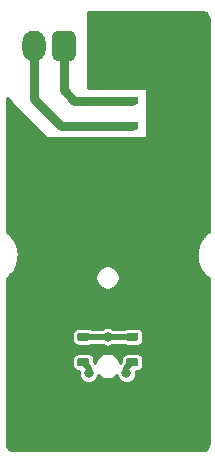
<source format=gbr>
%TF.GenerationSoftware,KiCad,Pcbnew,(5.1.6-0-10_14)*%
%TF.CreationDate,2022-05-10T09:10:30-04:00*%
%TF.ProjectId,Delay_Door_Switch-RevB,44656c61-795f-4446-9f6f-725f53776974,rev?*%
%TF.SameCoordinates,Original*%
%TF.FileFunction,Copper,L1,Top*%
%TF.FilePolarity,Positive*%
%FSLAX46Y46*%
G04 Gerber Fmt 4.6, Leading zero omitted, Abs format (unit mm)*
G04 Created by KiCad (PCBNEW (5.1.6-0-10_14)) date 2022-05-10 09:10:30*
%MOMM*%
%LPD*%
G01*
G04 APERTURE LIST*
%TA.AperFunction,ComponentPad*%
%ADD10O,2.000000X2.600000*%
%TD*%
%TA.AperFunction,ViaPad*%
%ADD11C,0.800000*%
%TD*%
%TA.AperFunction,Conductor*%
%ADD12C,0.500000*%
%TD*%
%TA.AperFunction,Conductor*%
%ADD13C,0.800000*%
%TD*%
%TA.AperFunction,Conductor*%
%ADD14C,0.254000*%
%TD*%
G04 APERTURE END LIST*
%TO.P,SW2,2*%
%TO.N,Net-(J1-Pad1)*%
%TA.AperFunction,SMDPad,CuDef*%
G36*
G01*
X132450000Y-57697500D02*
X132450000Y-58152500D01*
G75*
G02*
X132352500Y-58250000I-97500J0D01*
G01*
X131497500Y-58250000D01*
G75*
G02*
X131400000Y-58152500I0J97500D01*
G01*
X131400000Y-57697500D01*
G75*
G02*
X131497500Y-57600000I97500J0D01*
G01*
X132352500Y-57600000D01*
G75*
G02*
X132450000Y-57697500I0J-97500D01*
G01*
G37*
%TD.AperFunction*%
%TA.AperFunction,SMDPad,CuDef*%
G36*
G01*
X136600000Y-57697500D02*
X136600000Y-58152500D01*
G75*
G02*
X136502500Y-58250000I-97500J0D01*
G01*
X135647500Y-58250000D01*
G75*
G02*
X135550000Y-58152500I0J97500D01*
G01*
X135550000Y-57697500D01*
G75*
G02*
X135647500Y-57600000I97500J0D01*
G01*
X136502500Y-57600000D01*
G75*
G02*
X136600000Y-57697500I0J-97500D01*
G01*
G37*
%TD.AperFunction*%
%TO.P,SW2,1*%
%TO.N,Net-(J1-Pad2)*%
%TA.AperFunction,SMDPad,CuDef*%
G36*
G01*
X132450000Y-59847500D02*
X132450000Y-60302500D01*
G75*
G02*
X132352500Y-60400000I-97500J0D01*
G01*
X131497500Y-60400000D01*
G75*
G02*
X131400000Y-60302500I0J97500D01*
G01*
X131400000Y-59847500D01*
G75*
G02*
X131497500Y-59750000I97500J0D01*
G01*
X132352500Y-59750000D01*
G75*
G02*
X132450000Y-59847500I0J-97500D01*
G01*
G37*
%TD.AperFunction*%
%TA.AperFunction,SMDPad,CuDef*%
G36*
G01*
X136600000Y-59847500D02*
X136600000Y-60302500D01*
G75*
G02*
X136502500Y-60400000I-97500J0D01*
G01*
X135647500Y-60400000D01*
G75*
G02*
X135550000Y-60302500I0J97500D01*
G01*
X135550000Y-59847500D01*
G75*
G02*
X135647500Y-59750000I97500J0D01*
G01*
X136502500Y-59750000D01*
G75*
G02*
X136600000Y-59847500I0J-97500D01*
G01*
G37*
%TD.AperFunction*%
%TD*%
%TO.P,SW1,2*%
%TO.N,VBAT*%
%TA.AperFunction,SMDPad,CuDef*%
G36*
G01*
X135550000Y-80302500D02*
X135550000Y-79847500D01*
G75*
G02*
X135647500Y-79750000I97500J0D01*
G01*
X136502500Y-79750000D01*
G75*
G02*
X136600000Y-79847500I0J-97500D01*
G01*
X136600000Y-80302500D01*
G75*
G02*
X136502500Y-80400000I-97500J0D01*
G01*
X135647500Y-80400000D01*
G75*
G02*
X135550000Y-80302500I0J97500D01*
G01*
G37*
%TD.AperFunction*%
%TA.AperFunction,SMDPad,CuDef*%
G36*
G01*
X131400000Y-80302500D02*
X131400000Y-79847500D01*
G75*
G02*
X131497500Y-79750000I97500J0D01*
G01*
X132352500Y-79750000D01*
G75*
G02*
X132450000Y-79847500I0J-97500D01*
G01*
X132450000Y-80302500D01*
G75*
G02*
X132352500Y-80400000I-97500J0D01*
G01*
X131497500Y-80400000D01*
G75*
G02*
X131400000Y-80302500I0J97500D01*
G01*
G37*
%TD.AperFunction*%
%TO.P,SW1,1*%
%TO.N,Net-(R2-Pad1)*%
%TA.AperFunction,SMDPad,CuDef*%
G36*
G01*
X135550000Y-78152500D02*
X135550000Y-77697500D01*
G75*
G02*
X135647500Y-77600000I97500J0D01*
G01*
X136502500Y-77600000D01*
G75*
G02*
X136600000Y-77697500I0J-97500D01*
G01*
X136600000Y-78152500D01*
G75*
G02*
X136502500Y-78250000I-97500J0D01*
G01*
X135647500Y-78250000D01*
G75*
G02*
X135550000Y-78152500I0J97500D01*
G01*
G37*
%TD.AperFunction*%
%TA.AperFunction,SMDPad,CuDef*%
G36*
G01*
X131400000Y-78152500D02*
X131400000Y-77697500D01*
G75*
G02*
X131497500Y-77600000I97500J0D01*
G01*
X132352500Y-77600000D01*
G75*
G02*
X132450000Y-77697500I0J-97500D01*
G01*
X132450000Y-78152500D01*
G75*
G02*
X132352500Y-78250000I-97500J0D01*
G01*
X131497500Y-78250000D01*
G75*
G02*
X131400000Y-78152500I0J97500D01*
G01*
G37*
%TD.AperFunction*%
%TD*%
D10*
%TO.P,J1,2*%
%TO.N,Net-(J1-Pad2)*%
X127760000Y-53300000D03*
%TO.P,J1,1*%
%TO.N,Net-(J1-Pad1)*%
%TA.AperFunction,ComponentPad*%
G36*
G01*
X131300000Y-52500000D02*
X131300000Y-54100000D01*
G75*
G02*
X130800000Y-54600000I-500000J0D01*
G01*
X129800000Y-54600000D01*
G75*
G02*
X129300000Y-54100000I0J500000D01*
G01*
X129300000Y-52500000D01*
G75*
G02*
X129800000Y-52000000I500000J0D01*
G01*
X130800000Y-52000000D01*
G75*
G02*
X131300000Y-52500000I0J-500000D01*
G01*
G37*
%TD.AperFunction*%
%TD*%
D11*
%TO.N,GND*%
X133550000Y-54012500D03*
X135900000Y-67050000D03*
X135900000Y-68575000D03*
X135900000Y-70100000D03*
X132100000Y-68575000D03*
X134050000Y-52200000D03*
X140300000Y-56800000D03*
X136400000Y-65000000D03*
X141600000Y-62400000D03*
X130550000Y-67000000D03*
X139000000Y-65800000D03*
X139500000Y-58750000D03*
X132100000Y-67050000D03*
X132100000Y-70100000D03*
X141000000Y-86000000D03*
X127000000Y-86000000D03*
X126800000Y-65500000D03*
X139000000Y-68437500D03*
X141750000Y-51250000D03*
X130000000Y-80500000D03*
X138000000Y-80500000D03*
X126250000Y-74000000D03*
X141750000Y-74000000D03*
%TO.N,VBAT*%
X135600000Y-81000000D03*
X132400000Y-81000000D03*
%TO.N,Net-(R2-Pad1)*%
X134000000Y-77925000D03*
%TD*%
D12*
%TO.N,VBAT*%
X132400000Y-80550000D02*
X131925000Y-80075000D01*
X132400000Y-81000000D02*
X132400000Y-80550000D01*
X135600000Y-80550000D02*
X136075000Y-80075000D01*
X135600000Y-81000000D02*
X135600000Y-80550000D01*
D13*
%TO.N,Net-(J1-Pad2)*%
X136075000Y-60075000D02*
X131925000Y-60075000D01*
X130075000Y-60075000D02*
X131925000Y-60075000D01*
X127760000Y-57760000D02*
X127760000Y-53300000D01*
X130075000Y-60075000D02*
X127760000Y-57760000D01*
%TO.N,Net-(J1-Pad1)*%
X136075000Y-57925000D02*
X131925000Y-57925000D01*
X131175000Y-57925000D02*
X131925000Y-57925000D01*
X130300000Y-57050000D02*
X130300000Y-53300000D01*
X131175000Y-57925000D02*
X130300000Y-57050000D01*
D12*
%TO.N,Net-(R2-Pad1)*%
X131925000Y-77925000D02*
X134000000Y-77925000D01*
X136075000Y-77925000D02*
X134000000Y-77925000D01*
%TD*%
D14*
%TO.N,GND*%
G36*
X142106022Y-50464563D02*
G01*
X142207999Y-50495353D01*
X142302061Y-50545366D01*
X142384613Y-50612694D01*
X142452515Y-50694774D01*
X142503182Y-50788481D01*
X142534684Y-50890245D01*
X142548001Y-51016948D01*
X142548000Y-69009667D01*
X142499279Y-69042530D01*
X142471778Y-69065281D01*
X142443455Y-69086979D01*
X142438873Y-69091320D01*
X142155217Y-69363860D01*
X142128585Y-69394993D01*
X142101524Y-69425747D01*
X142097877Y-69430889D01*
X142097873Y-69430894D01*
X142097870Y-69430899D01*
X141872555Y-69753342D01*
X141852480Y-69789049D01*
X141831906Y-69824478D01*
X141829324Y-69830237D01*
X141670928Y-70190306D01*
X141658163Y-70229257D01*
X141644870Y-70267985D01*
X141643456Y-70274135D01*
X141558015Y-70658113D01*
X141553058Y-70698810D01*
X141547541Y-70739372D01*
X141547349Y-70745670D01*
X141547348Y-70745681D01*
X141547349Y-70745691D01*
X141538116Y-71138941D01*
X141541154Y-71179777D01*
X141543624Y-71220688D01*
X141544659Y-71226902D01*
X141544660Y-71226913D01*
X141544663Y-71226923D01*
X141611989Y-71614478D01*
X141622910Y-71653979D01*
X141633271Y-71693599D01*
X141635493Y-71699494D01*
X141635496Y-71699504D01*
X141635500Y-71699513D01*
X141776822Y-72066611D01*
X141795209Y-72103241D01*
X141813066Y-72140088D01*
X141816394Y-72145445D01*
X141816397Y-72145450D01*
X141816400Y-72145454D01*
X142026334Y-72478113D01*
X142051480Y-72510467D01*
X142076160Y-72543153D01*
X142080463Y-72547759D01*
X142080468Y-72547765D01*
X142080473Y-72547770D01*
X142351022Y-72833316D01*
X142381977Y-72860173D01*
X142412532Y-72887439D01*
X142417647Y-72891121D01*
X142417654Y-72891127D01*
X142417661Y-72891131D01*
X142548000Y-72983570D01*
X142548001Y-86977881D01*
X142535436Y-87106023D01*
X142504648Y-87207999D01*
X142454634Y-87302061D01*
X142387307Y-87384612D01*
X142305227Y-87452515D01*
X142211520Y-87503182D01*
X142109755Y-87534684D01*
X141983062Y-87548000D01*
X126022109Y-87548000D01*
X125893977Y-87535436D01*
X125792001Y-87504648D01*
X125697939Y-87454634D01*
X125615388Y-87387307D01*
X125547485Y-87305227D01*
X125496818Y-87211520D01*
X125465316Y-87109755D01*
X125452000Y-86983062D01*
X125452000Y-79847500D01*
X130970934Y-79847500D01*
X130970934Y-80302500D01*
X130981052Y-80405228D01*
X131011016Y-80504008D01*
X131059676Y-80595044D01*
X131125162Y-80674838D01*
X131204956Y-80740324D01*
X131295992Y-80788984D01*
X131394772Y-80818948D01*
X131497500Y-80829066D01*
X131590800Y-80829066D01*
X131573000Y-80918548D01*
X131573000Y-81081452D01*
X131604782Y-81241227D01*
X131667123Y-81391731D01*
X131757628Y-81527181D01*
X131872819Y-81642372D01*
X132008269Y-81732877D01*
X132158773Y-81795218D01*
X132318548Y-81827000D01*
X132481452Y-81827000D01*
X132641227Y-81795218D01*
X132791731Y-81732877D01*
X132927181Y-81642372D01*
X133042372Y-81527181D01*
X133132877Y-81391731D01*
X133195218Y-81241227D01*
X133203877Y-81197696D01*
X133281579Y-81275398D01*
X133466165Y-81398734D01*
X133671266Y-81483690D01*
X133889000Y-81527000D01*
X134111000Y-81527000D01*
X134328734Y-81483690D01*
X134533835Y-81398734D01*
X134718421Y-81275398D01*
X134796123Y-81197696D01*
X134804782Y-81241227D01*
X134867123Y-81391731D01*
X134957628Y-81527181D01*
X135072819Y-81642372D01*
X135208269Y-81732877D01*
X135358773Y-81795218D01*
X135518548Y-81827000D01*
X135681452Y-81827000D01*
X135841227Y-81795218D01*
X135991731Y-81732877D01*
X136127181Y-81642372D01*
X136242372Y-81527181D01*
X136332877Y-81391731D01*
X136395218Y-81241227D01*
X136427000Y-81081452D01*
X136427000Y-80918548D01*
X136409200Y-80829066D01*
X136502500Y-80829066D01*
X136605228Y-80818948D01*
X136704008Y-80788984D01*
X136795044Y-80740324D01*
X136874838Y-80674838D01*
X136940324Y-80595044D01*
X136988984Y-80504008D01*
X137018948Y-80405228D01*
X137029066Y-80302500D01*
X137029066Y-79847500D01*
X137018948Y-79744772D01*
X136988984Y-79645992D01*
X136940324Y-79554956D01*
X136874838Y-79475162D01*
X136795044Y-79409676D01*
X136704008Y-79361016D01*
X136605228Y-79331052D01*
X136502500Y-79320934D01*
X135647500Y-79320934D01*
X135544772Y-79331052D01*
X135445992Y-79361016D01*
X135354956Y-79409676D01*
X135275162Y-79475162D01*
X135209676Y-79554956D01*
X135161016Y-79645992D01*
X135131052Y-79744772D01*
X135120934Y-79847500D01*
X135120934Y-80067364D01*
X135118974Y-80068973D01*
X135090206Y-80104026D01*
X135083690Y-80071266D01*
X134998734Y-79866165D01*
X134875398Y-79681579D01*
X134718421Y-79524602D01*
X134533835Y-79401266D01*
X134328734Y-79316310D01*
X134111000Y-79273000D01*
X133889000Y-79273000D01*
X133671266Y-79316310D01*
X133466165Y-79401266D01*
X133281579Y-79524602D01*
X133124602Y-79681579D01*
X133001266Y-79866165D01*
X132916310Y-80071266D01*
X132909794Y-80104025D01*
X132881027Y-80068973D01*
X132879066Y-80067364D01*
X132879066Y-79847500D01*
X132868948Y-79744772D01*
X132838984Y-79645992D01*
X132790324Y-79554956D01*
X132724838Y-79475162D01*
X132645044Y-79409676D01*
X132554008Y-79361016D01*
X132455228Y-79331052D01*
X132352500Y-79320934D01*
X131497500Y-79320934D01*
X131394772Y-79331052D01*
X131295992Y-79361016D01*
X131204956Y-79409676D01*
X131125162Y-79475162D01*
X131059676Y-79554956D01*
X131011016Y-79645992D01*
X130981052Y-79744772D01*
X130970934Y-79847500D01*
X125452000Y-79847500D01*
X125452000Y-77697500D01*
X130970934Y-77697500D01*
X130970934Y-78152500D01*
X130981052Y-78255228D01*
X131011016Y-78354008D01*
X131059676Y-78445044D01*
X131125162Y-78524838D01*
X131204956Y-78590324D01*
X131295992Y-78638984D01*
X131394772Y-78668948D01*
X131497500Y-78679066D01*
X132352500Y-78679066D01*
X132455228Y-78668948D01*
X132554008Y-78638984D01*
X132623200Y-78602000D01*
X133524643Y-78602000D01*
X133608269Y-78657877D01*
X133758773Y-78720218D01*
X133918548Y-78752000D01*
X134081452Y-78752000D01*
X134241227Y-78720218D01*
X134391731Y-78657877D01*
X134475357Y-78602000D01*
X135376800Y-78602000D01*
X135445992Y-78638984D01*
X135544772Y-78668948D01*
X135647500Y-78679066D01*
X136502500Y-78679066D01*
X136605228Y-78668948D01*
X136704008Y-78638984D01*
X136795044Y-78590324D01*
X136874838Y-78524838D01*
X136940324Y-78445044D01*
X136988984Y-78354008D01*
X137018948Y-78255228D01*
X137029066Y-78152500D01*
X137029066Y-77697500D01*
X137018948Y-77594772D01*
X136988984Y-77495992D01*
X136940324Y-77404956D01*
X136874838Y-77325162D01*
X136795044Y-77259676D01*
X136704008Y-77211016D01*
X136605228Y-77181052D01*
X136502500Y-77170934D01*
X135647500Y-77170934D01*
X135544772Y-77181052D01*
X135445992Y-77211016D01*
X135376800Y-77248000D01*
X134475357Y-77248000D01*
X134391731Y-77192123D01*
X134241227Y-77129782D01*
X134081452Y-77098000D01*
X133918548Y-77098000D01*
X133758773Y-77129782D01*
X133608269Y-77192123D01*
X133524643Y-77248000D01*
X132623200Y-77248000D01*
X132554008Y-77211016D01*
X132455228Y-77181052D01*
X132352500Y-77170934D01*
X131497500Y-77170934D01*
X131394772Y-77181052D01*
X131295992Y-77211016D01*
X131204956Y-77259676D01*
X131125162Y-77325162D01*
X131059676Y-77404956D01*
X131011016Y-77495992D01*
X130981052Y-77594772D01*
X130970934Y-77697500D01*
X125452000Y-77697500D01*
X125452000Y-72990359D01*
X125500403Y-72957717D01*
X125527877Y-72934993D01*
X125556205Y-72913299D01*
X125560787Y-72908959D01*
X125675428Y-72798849D01*
X132973000Y-72798849D01*
X132973000Y-73001151D01*
X133012467Y-73199565D01*
X133089885Y-73386467D01*
X133202277Y-73554674D01*
X133345326Y-73697723D01*
X133513533Y-73810115D01*
X133700435Y-73887533D01*
X133898849Y-73927000D01*
X134101151Y-73927000D01*
X134299565Y-73887533D01*
X134486467Y-73810115D01*
X134654674Y-73697723D01*
X134797723Y-73554674D01*
X134910115Y-73386467D01*
X134987533Y-73199565D01*
X135027000Y-73001151D01*
X135027000Y-72798849D01*
X134987533Y-72600435D01*
X134910115Y-72413533D01*
X134797723Y-72245326D01*
X134654674Y-72102277D01*
X134486467Y-71989885D01*
X134299565Y-71912467D01*
X134101151Y-71873000D01*
X133898849Y-71873000D01*
X133700435Y-71912467D01*
X133513533Y-71989885D01*
X133345326Y-72102277D01*
X133202277Y-72245326D01*
X133089885Y-72413533D01*
X133012467Y-72600435D01*
X132973000Y-72798849D01*
X125675428Y-72798849D01*
X125844492Y-72636468D01*
X125871136Y-72605333D01*
X125898194Y-72574592D01*
X125901846Y-72569445D01*
X126127222Y-72247040D01*
X126147324Y-72211300D01*
X126167884Y-72175909D01*
X126170467Y-72170151D01*
X126328927Y-71810109D01*
X126341690Y-71771186D01*
X126354999Y-71732437D01*
X126356411Y-71726293D01*
X126356414Y-71726285D01*
X126356415Y-71726277D01*
X126441924Y-71342324D01*
X126446888Y-71301634D01*
X126452412Y-71261067D01*
X126452606Y-71254759D01*
X126461909Y-70861500D01*
X126458878Y-70820664D01*
X126456415Y-70779753D01*
X126455379Y-70773528D01*
X126388121Y-70385950D01*
X126377212Y-70346465D01*
X126366853Y-70306825D01*
X126364631Y-70300927D01*
X126364629Y-70300921D01*
X126364626Y-70300916D01*
X126223369Y-69933789D01*
X126205003Y-69897186D01*
X126187138Y-69860303D01*
X126183808Y-69854942D01*
X125973930Y-69522240D01*
X125948817Y-69489916D01*
X125924117Y-69457192D01*
X125919809Y-69452580D01*
X125649307Y-69166979D01*
X125618369Y-69140127D01*
X125587805Y-69112843D01*
X125582689Y-69109160D01*
X125582686Y-69109157D01*
X125582683Y-69109155D01*
X125452000Y-69016438D01*
X125452000Y-57731606D01*
X128810197Y-61089803D01*
X128829443Y-61105597D01*
X128851399Y-61117333D01*
X128875224Y-61124560D01*
X128900000Y-61127000D01*
X137200000Y-61127000D01*
X137224776Y-61124560D01*
X137248601Y-61117333D01*
X137270557Y-61105597D01*
X137289803Y-61089803D01*
X137339803Y-61039803D01*
X137355597Y-61020557D01*
X137367333Y-60998601D01*
X137374560Y-60974776D01*
X137377000Y-60950000D01*
X137377000Y-57050000D01*
X137374560Y-57025224D01*
X137367333Y-57001399D01*
X137355597Y-56979443D01*
X137339803Y-56960197D01*
X137289803Y-56910197D01*
X137270557Y-56894403D01*
X137248601Y-56882667D01*
X137224776Y-56875440D01*
X137200000Y-56873000D01*
X132377000Y-56873000D01*
X132377000Y-50452000D01*
X141977891Y-50452000D01*
X142106022Y-50464563D01*
G37*
X142106022Y-50464563D02*
X142207999Y-50495353D01*
X142302061Y-50545366D01*
X142384613Y-50612694D01*
X142452515Y-50694774D01*
X142503182Y-50788481D01*
X142534684Y-50890245D01*
X142548001Y-51016948D01*
X142548000Y-69009667D01*
X142499279Y-69042530D01*
X142471778Y-69065281D01*
X142443455Y-69086979D01*
X142438873Y-69091320D01*
X142155217Y-69363860D01*
X142128585Y-69394993D01*
X142101524Y-69425747D01*
X142097877Y-69430889D01*
X142097873Y-69430894D01*
X142097870Y-69430899D01*
X141872555Y-69753342D01*
X141852480Y-69789049D01*
X141831906Y-69824478D01*
X141829324Y-69830237D01*
X141670928Y-70190306D01*
X141658163Y-70229257D01*
X141644870Y-70267985D01*
X141643456Y-70274135D01*
X141558015Y-70658113D01*
X141553058Y-70698810D01*
X141547541Y-70739372D01*
X141547349Y-70745670D01*
X141547348Y-70745681D01*
X141547349Y-70745691D01*
X141538116Y-71138941D01*
X141541154Y-71179777D01*
X141543624Y-71220688D01*
X141544659Y-71226902D01*
X141544660Y-71226913D01*
X141544663Y-71226923D01*
X141611989Y-71614478D01*
X141622910Y-71653979D01*
X141633271Y-71693599D01*
X141635493Y-71699494D01*
X141635496Y-71699504D01*
X141635500Y-71699513D01*
X141776822Y-72066611D01*
X141795209Y-72103241D01*
X141813066Y-72140088D01*
X141816394Y-72145445D01*
X141816397Y-72145450D01*
X141816400Y-72145454D01*
X142026334Y-72478113D01*
X142051480Y-72510467D01*
X142076160Y-72543153D01*
X142080463Y-72547759D01*
X142080468Y-72547765D01*
X142080473Y-72547770D01*
X142351022Y-72833316D01*
X142381977Y-72860173D01*
X142412532Y-72887439D01*
X142417647Y-72891121D01*
X142417654Y-72891127D01*
X142417661Y-72891131D01*
X142548000Y-72983570D01*
X142548001Y-86977881D01*
X142535436Y-87106023D01*
X142504648Y-87207999D01*
X142454634Y-87302061D01*
X142387307Y-87384612D01*
X142305227Y-87452515D01*
X142211520Y-87503182D01*
X142109755Y-87534684D01*
X141983062Y-87548000D01*
X126022109Y-87548000D01*
X125893977Y-87535436D01*
X125792001Y-87504648D01*
X125697939Y-87454634D01*
X125615388Y-87387307D01*
X125547485Y-87305227D01*
X125496818Y-87211520D01*
X125465316Y-87109755D01*
X125452000Y-86983062D01*
X125452000Y-79847500D01*
X130970934Y-79847500D01*
X130970934Y-80302500D01*
X130981052Y-80405228D01*
X131011016Y-80504008D01*
X131059676Y-80595044D01*
X131125162Y-80674838D01*
X131204956Y-80740324D01*
X131295992Y-80788984D01*
X131394772Y-80818948D01*
X131497500Y-80829066D01*
X131590800Y-80829066D01*
X131573000Y-80918548D01*
X131573000Y-81081452D01*
X131604782Y-81241227D01*
X131667123Y-81391731D01*
X131757628Y-81527181D01*
X131872819Y-81642372D01*
X132008269Y-81732877D01*
X132158773Y-81795218D01*
X132318548Y-81827000D01*
X132481452Y-81827000D01*
X132641227Y-81795218D01*
X132791731Y-81732877D01*
X132927181Y-81642372D01*
X133042372Y-81527181D01*
X133132877Y-81391731D01*
X133195218Y-81241227D01*
X133203877Y-81197696D01*
X133281579Y-81275398D01*
X133466165Y-81398734D01*
X133671266Y-81483690D01*
X133889000Y-81527000D01*
X134111000Y-81527000D01*
X134328734Y-81483690D01*
X134533835Y-81398734D01*
X134718421Y-81275398D01*
X134796123Y-81197696D01*
X134804782Y-81241227D01*
X134867123Y-81391731D01*
X134957628Y-81527181D01*
X135072819Y-81642372D01*
X135208269Y-81732877D01*
X135358773Y-81795218D01*
X135518548Y-81827000D01*
X135681452Y-81827000D01*
X135841227Y-81795218D01*
X135991731Y-81732877D01*
X136127181Y-81642372D01*
X136242372Y-81527181D01*
X136332877Y-81391731D01*
X136395218Y-81241227D01*
X136427000Y-81081452D01*
X136427000Y-80918548D01*
X136409200Y-80829066D01*
X136502500Y-80829066D01*
X136605228Y-80818948D01*
X136704008Y-80788984D01*
X136795044Y-80740324D01*
X136874838Y-80674838D01*
X136940324Y-80595044D01*
X136988984Y-80504008D01*
X137018948Y-80405228D01*
X137029066Y-80302500D01*
X137029066Y-79847500D01*
X137018948Y-79744772D01*
X136988984Y-79645992D01*
X136940324Y-79554956D01*
X136874838Y-79475162D01*
X136795044Y-79409676D01*
X136704008Y-79361016D01*
X136605228Y-79331052D01*
X136502500Y-79320934D01*
X135647500Y-79320934D01*
X135544772Y-79331052D01*
X135445992Y-79361016D01*
X135354956Y-79409676D01*
X135275162Y-79475162D01*
X135209676Y-79554956D01*
X135161016Y-79645992D01*
X135131052Y-79744772D01*
X135120934Y-79847500D01*
X135120934Y-80067364D01*
X135118974Y-80068973D01*
X135090206Y-80104026D01*
X135083690Y-80071266D01*
X134998734Y-79866165D01*
X134875398Y-79681579D01*
X134718421Y-79524602D01*
X134533835Y-79401266D01*
X134328734Y-79316310D01*
X134111000Y-79273000D01*
X133889000Y-79273000D01*
X133671266Y-79316310D01*
X133466165Y-79401266D01*
X133281579Y-79524602D01*
X133124602Y-79681579D01*
X133001266Y-79866165D01*
X132916310Y-80071266D01*
X132909794Y-80104025D01*
X132881027Y-80068973D01*
X132879066Y-80067364D01*
X132879066Y-79847500D01*
X132868948Y-79744772D01*
X132838984Y-79645992D01*
X132790324Y-79554956D01*
X132724838Y-79475162D01*
X132645044Y-79409676D01*
X132554008Y-79361016D01*
X132455228Y-79331052D01*
X132352500Y-79320934D01*
X131497500Y-79320934D01*
X131394772Y-79331052D01*
X131295992Y-79361016D01*
X131204956Y-79409676D01*
X131125162Y-79475162D01*
X131059676Y-79554956D01*
X131011016Y-79645992D01*
X130981052Y-79744772D01*
X130970934Y-79847500D01*
X125452000Y-79847500D01*
X125452000Y-77697500D01*
X130970934Y-77697500D01*
X130970934Y-78152500D01*
X130981052Y-78255228D01*
X131011016Y-78354008D01*
X131059676Y-78445044D01*
X131125162Y-78524838D01*
X131204956Y-78590324D01*
X131295992Y-78638984D01*
X131394772Y-78668948D01*
X131497500Y-78679066D01*
X132352500Y-78679066D01*
X132455228Y-78668948D01*
X132554008Y-78638984D01*
X132623200Y-78602000D01*
X133524643Y-78602000D01*
X133608269Y-78657877D01*
X133758773Y-78720218D01*
X133918548Y-78752000D01*
X134081452Y-78752000D01*
X134241227Y-78720218D01*
X134391731Y-78657877D01*
X134475357Y-78602000D01*
X135376800Y-78602000D01*
X135445992Y-78638984D01*
X135544772Y-78668948D01*
X135647500Y-78679066D01*
X136502500Y-78679066D01*
X136605228Y-78668948D01*
X136704008Y-78638984D01*
X136795044Y-78590324D01*
X136874838Y-78524838D01*
X136940324Y-78445044D01*
X136988984Y-78354008D01*
X137018948Y-78255228D01*
X137029066Y-78152500D01*
X137029066Y-77697500D01*
X137018948Y-77594772D01*
X136988984Y-77495992D01*
X136940324Y-77404956D01*
X136874838Y-77325162D01*
X136795044Y-77259676D01*
X136704008Y-77211016D01*
X136605228Y-77181052D01*
X136502500Y-77170934D01*
X135647500Y-77170934D01*
X135544772Y-77181052D01*
X135445992Y-77211016D01*
X135376800Y-77248000D01*
X134475357Y-77248000D01*
X134391731Y-77192123D01*
X134241227Y-77129782D01*
X134081452Y-77098000D01*
X133918548Y-77098000D01*
X133758773Y-77129782D01*
X133608269Y-77192123D01*
X133524643Y-77248000D01*
X132623200Y-77248000D01*
X132554008Y-77211016D01*
X132455228Y-77181052D01*
X132352500Y-77170934D01*
X131497500Y-77170934D01*
X131394772Y-77181052D01*
X131295992Y-77211016D01*
X131204956Y-77259676D01*
X131125162Y-77325162D01*
X131059676Y-77404956D01*
X131011016Y-77495992D01*
X130981052Y-77594772D01*
X130970934Y-77697500D01*
X125452000Y-77697500D01*
X125452000Y-72990359D01*
X125500403Y-72957717D01*
X125527877Y-72934993D01*
X125556205Y-72913299D01*
X125560787Y-72908959D01*
X125675428Y-72798849D01*
X132973000Y-72798849D01*
X132973000Y-73001151D01*
X133012467Y-73199565D01*
X133089885Y-73386467D01*
X133202277Y-73554674D01*
X133345326Y-73697723D01*
X133513533Y-73810115D01*
X133700435Y-73887533D01*
X133898849Y-73927000D01*
X134101151Y-73927000D01*
X134299565Y-73887533D01*
X134486467Y-73810115D01*
X134654674Y-73697723D01*
X134797723Y-73554674D01*
X134910115Y-73386467D01*
X134987533Y-73199565D01*
X135027000Y-73001151D01*
X135027000Y-72798849D01*
X134987533Y-72600435D01*
X134910115Y-72413533D01*
X134797723Y-72245326D01*
X134654674Y-72102277D01*
X134486467Y-71989885D01*
X134299565Y-71912467D01*
X134101151Y-71873000D01*
X133898849Y-71873000D01*
X133700435Y-71912467D01*
X133513533Y-71989885D01*
X133345326Y-72102277D01*
X133202277Y-72245326D01*
X133089885Y-72413533D01*
X133012467Y-72600435D01*
X132973000Y-72798849D01*
X125675428Y-72798849D01*
X125844492Y-72636468D01*
X125871136Y-72605333D01*
X125898194Y-72574592D01*
X125901846Y-72569445D01*
X126127222Y-72247040D01*
X126147324Y-72211300D01*
X126167884Y-72175909D01*
X126170467Y-72170151D01*
X126328927Y-71810109D01*
X126341690Y-71771186D01*
X126354999Y-71732437D01*
X126356411Y-71726293D01*
X126356414Y-71726285D01*
X126356415Y-71726277D01*
X126441924Y-71342324D01*
X126446888Y-71301634D01*
X126452412Y-71261067D01*
X126452606Y-71254759D01*
X126461909Y-70861500D01*
X126458878Y-70820664D01*
X126456415Y-70779753D01*
X126455379Y-70773528D01*
X126388121Y-70385950D01*
X126377212Y-70346465D01*
X126366853Y-70306825D01*
X126364631Y-70300927D01*
X126364629Y-70300921D01*
X126364626Y-70300916D01*
X126223369Y-69933789D01*
X126205003Y-69897186D01*
X126187138Y-69860303D01*
X126183808Y-69854942D01*
X125973930Y-69522240D01*
X125948817Y-69489916D01*
X125924117Y-69457192D01*
X125919809Y-69452580D01*
X125649307Y-69166979D01*
X125618369Y-69140127D01*
X125587805Y-69112843D01*
X125582689Y-69109160D01*
X125582686Y-69109157D01*
X125582683Y-69109155D01*
X125452000Y-69016438D01*
X125452000Y-57731606D01*
X128810197Y-61089803D01*
X128829443Y-61105597D01*
X128851399Y-61117333D01*
X128875224Y-61124560D01*
X128900000Y-61127000D01*
X137200000Y-61127000D01*
X137224776Y-61124560D01*
X137248601Y-61117333D01*
X137270557Y-61105597D01*
X137289803Y-61089803D01*
X137339803Y-61039803D01*
X137355597Y-61020557D01*
X137367333Y-60998601D01*
X137374560Y-60974776D01*
X137377000Y-60950000D01*
X137377000Y-57050000D01*
X137374560Y-57025224D01*
X137367333Y-57001399D01*
X137355597Y-56979443D01*
X137339803Y-56960197D01*
X137289803Y-56910197D01*
X137270557Y-56894403D01*
X137248601Y-56882667D01*
X137224776Y-56875440D01*
X137200000Y-56873000D01*
X132377000Y-56873000D01*
X132377000Y-50452000D01*
X141977891Y-50452000D01*
X142106022Y-50464563D01*
%TD*%
M02*

</source>
